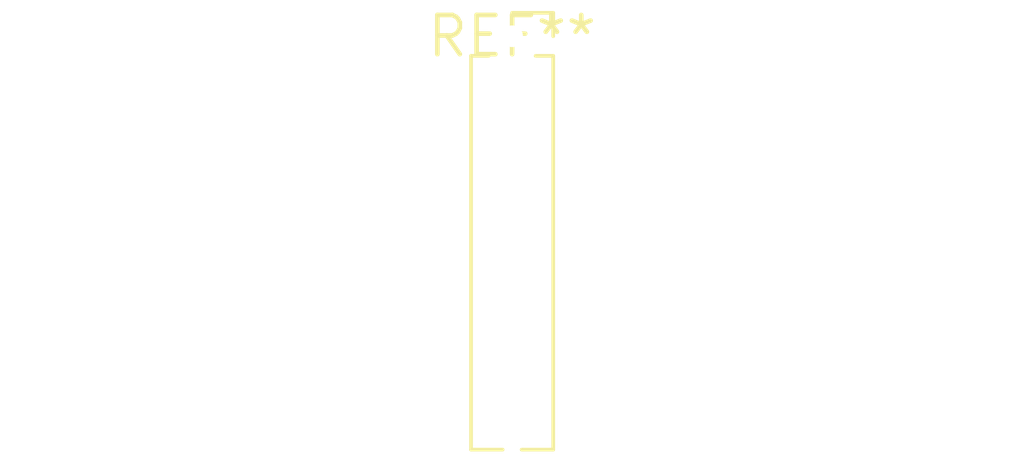
<source format=kicad_pcb>
(kicad_pcb (version 20240108) (generator pcbnew)
  (layers (0 "F.Cu" signal) (31 "B.Cu" signal) (34 "B.Paste" user) (35 "F.Paste" user) (36 "B.SilkS" user "B.Silkscreen") (37 "F.SilkS" user "F.Silkscreen") (38 "B.Mask" user) (39 "F.Mask" user) (44 "Edge.Cuts" user))
  (net 0 "")
  (footprint "PinSocket_1x11_P1.27mm_Vertical" (layer "F.Cu") (at 0 0)
    (property "Reference" "REF**")
    (property "Value" "PinSocket_1x11_P1.27mm_Vertical")
    (fp_line (start -1.33 0.635) (end -1.33 13.395) (layer "F.SilkS") (stroke (width 0.12)))
    (fp_line (start -1.33 0.635) (end -0.76 0.635) (layer "F.SilkS") (stroke (width 0.12)))
    (fp_line (start -1.33 13.395) (end -0.30753 13.395) (layer "F.SilkS") (stroke (width 0.12)))
    (fp_line (start 0 -0.76) (end 1.33 -0.76) (layer "F.SilkS") (stroke (width 0.12)))
    (fp_line (start 0.30753 13.395) (end 1.33 13.395) (layer "F.SilkS") (stroke (width 0.12)))
    (fp_line (start 0.76 0.635) (end 1.33 0.635) (layer "F.SilkS") (stroke (width 0.12)))
    (fp_line (start 1.33 -0.76) (end 1.33 0) (layer "F.SilkS") (stroke (width 0.12)))
    (fp_line (start 1.33 0.635) (end 1.33 13.395) (layer "F.SilkS") (stroke (width 0.12)))
    (pad "1" thru_hole rect (at 0 0) (size 1 1) (drill 0.7) (layers *.Cu *.Mask) (remove_unused_layers))
    (pad "2" thru_hole oval (at 0 1.27) (size 1 1) (drill 0.7) (layers *.Cu *.Mask) (remove_unused_layers))
    (pad "3" thru_hole oval (at 0 2.54) (size 1 1) (drill 0.7) (layers *.Cu *.Mask) (remove_unused_layers))
    (pad "4" thru_hole oval (at 0 3.81) (size 1 1) (drill 0.7) (layers *.Cu *.Mask) (remove_unused_layers))
    (pad "5" thru_hole oval (at 0 5.08) (size 1 1) (drill 0.7) (layers *.Cu *.Mask) (remove_unused_layers))
    (pad "6" thru_hole oval (at 0 6.35) (size 1 1) (drill 0.7) (layers *.Cu *.Mask) (remove_unused_layers))
    (pad "7" thru_hole oval (at 0 7.62) (size 1 1) (drill 0.7) (layers *.Cu *.Mask) (remove_unused_layers))
    (pad "8" thru_hole oval (at 0 8.89) (size 1 1) (drill 0.7) (layers *.Cu *.Mask) (remove_unused_layers))
    (pad "9" thru_hole oval (at 0 10.16) (size 1 1) (drill 0.7) (layers *.Cu *.Mask) (remove_unused_layers))
    (pad "10" thru_hole oval (at 0 11.43) (size 1 1) (drill 0.7) (layers *.Cu *.Mask) (remove_unused_layers))
    (pad "11" thru_hole oval (at 0 12.7) (size 1 1) (drill 0.7) (layers *.Cu *.Mask) (remove_unused_layers))
  )
)
</source>
